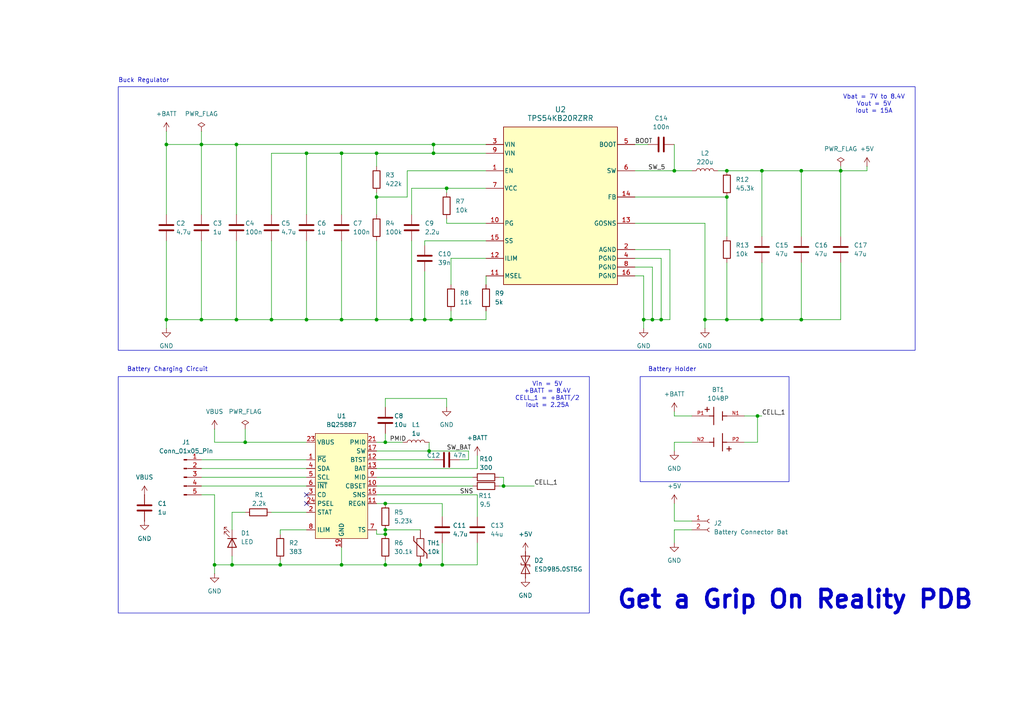
<source format=kicad_sch>
(kicad_sch (version 20231120) (generator "eeschema") (generator_version "8.0")
  (paper "A4")
  (lib_symbols
    (symbol "+BATT_1" (power) (pin_numbers hide) (pin_names (offset 0) hide)
      (property "Value" "+BATT" (at 0 3.556 0))
      (symbol "+BATT_1_0_1"
        (polyline (pts (xy -0.762 1.27) (xy 0 2.54)))
        (polyline (pts (xy 0 0) (xy 0 2.54)))
        (polyline (pts (xy 0 2.54) (xy 0.762 1.27)))
      )
      (symbol "+BATT_1_1_1"
        (pin power_in line (at 0 0 90) (length 0) (name "~") (number "1"))
      )
    )
    (symbol "+BATT_2" (power) (pin_numbers hide) (pin_names (offset 0) hide)
      (property "Value" "+BATT" (at 0 3.556 0))
      (symbol "+BATT_2_0_1"
        (polyline (pts (xy -0.762 1.27) (xy 0 2.54)))
        (polyline (pts (xy 0 0) (xy 0 2.54)))
        (polyline (pts (xy 0 2.54) (xy 0.762 1.27)))
      )
      (symbol "+BATT_2_1_1"
        (pin power_in line (at 0 0 90) (length 0) (name "~") (number "1"))
      )
    )
    (symbol "1048P:1048P" (pin_names (offset 1.016))
      (property "Reference" "BT" (at -3.81 6.35 0))
      (property "Value" "1048P" (at -3.81 -10.16 0))
      (symbol "1048P_0_0"
        (polyline (pts (xy -3.81 4.445) (xy -2.54 4.445)) (stroke (width 0.254)))
        (polyline (pts (xy -3.175 5.08) (xy -3.175 3.81)) (stroke (width 0.254)))
        (polyline (pts (xy -1.27 -6.35) (xy -1.27 -5.08)) (stroke (width 0.254)))
        (polyline (pts (xy -1.27 -5.08) (xy -2.54 -5.08)) (stroke (width 0.254)))
        (polyline (pts (xy -1.27 -5.08) (xy -1.27 -3.81)) (stroke (width 0.254)))
        (polyline (pts (xy -1.27 2.54) (xy -2.54 2.54)) (stroke (width 0.254)))
        (polyline (pts (xy -1.27 2.54) (xy -1.27 0)) (stroke (width 0.254)))
        (polyline (pts (xy -1.27 5.08) (xy -1.27 2.54)) (stroke (width 0.254)))
        (polyline (pts (xy 1.27 -7.62) (xy 1.27 -5.08)) (stroke (width 0.254)))
        (polyline (pts (xy 1.27 -5.08) (xy 1.27 -2.54)) (stroke (width 0.254)))
        (polyline (pts (xy 1.27 -5.08) (xy 2.54 -5.08)) (stroke (width 0.254)))
        (polyline (pts (xy 1.27 2.54) (xy 1.27 1.27)) (stroke (width 0.254)))
        (polyline (pts (xy 1.27 2.54) (xy 2.54 2.54)) (stroke (width 0.254)))
        (polyline (pts (xy 1.27 3.81) (xy 1.27 2.54)) (stroke (width 0.254)))
        (polyline (pts (xy 3.175 -7.62) (xy 3.175 -6.35)) (stroke (width 0.254)))
        (polyline (pts (xy 3.81 -6.985) (xy 2.54 -6.985)) (stroke (width 0.254)))
        (pin passive line (at 7.62 2.54 180) (length 5.08) (name "~") (number "N1"))
        (pin passive line (at -7.62 -5.08 0) (length 5.08) (name "~") (number "N2"))
        (pin passive line (at -7.62 2.54 0) (length 5.08) (name "~") (number "P1"))
        (pin passive line (at 7.62 -5.08 180) (length 5.08) (name "~") (number "P2"))
      )
    )
    (symbol "2024-06-26_16-50-44:TPS54KB20RZRR" (pin_names (offset 0.254))
      (property "Reference" "U6" (at 20.32 10.16 0))
      (property "Value" "TPS54KB20RZRR" (at 20.32 7.62 0))
      (symbol "TPS54KB20RZRR_0_1"
        (pin input line (at -1.27 -7.62 0) (length 5.08) (name "EN") (number "1"))
        (pin open_collector line (at -1.27 -38.1 0) (length 5.08) (name "MSEL") (number "11"))
        (pin unspecified line (at -1.27 -33.02 0) (length 5.08) (name "ILIM") (number "12"))
        (pin unspecified line (at 41.91 -22.86 180) (length 5.08) (name "GOSNS") (number "13"))
        (pin unspecified line (at 41.91 -15.24 180) (length 5.08) (name "FB") (number "14"))
        (pin unspecified line (at -1.27 -27.94 0) (length 5.08) (name "SS") (number "15"))
        (pin power_in line (at 41.91 -38.1 180) (length 5.08) (name "PGND") (number "16"))
        (pin power_in line (at 41.91 -30.48 180) (length 5.08) (name "AGND") (number "2"))
        (pin power_in line (at -1.27 0 0) (length 5.08) (name "VIN") (number "3"))
        (pin power_in line (at 41.91 -33.02 180) (length 5.08) (name "PGND") (number "4"))
        (pin unspecified line (at 41.91 0 180) (length 5.08) (name "BOOT") (number "5"))
        (pin unspecified line (at 41.91 -7.62 180) (length 5.08) (name "SW") (number "6"))
        (pin unspecified line (at -1.27 -12.7 0) (length 5.08) (name "VCC") (number "7"))
        (pin power_in line (at 41.91 -35.56 180) (length 5.08) (name "PGND") (number "8"))
        (pin power_in line (at -1.27 -2.54 0) (length 5.08) (name "VIN") (number "9"))
      )
      (symbol "TPS54KB20RZRR_1_1"
        (rectangle (start 3.81 5.08) (end 36.83 -40.64) (stroke (width 0.2032)) (fill (type background)))
        (pin passive line (at -1.27 -22.86 0) (length 5.08) (name "PG") (number "10"))
      )
    )
    (symbol "Battery_Management:BQ25887"
      (property "Reference" "U5" (at 0 20.32 0))
      (property "Value" "BQ25887" (at 0 17.78 0))
      (symbol "BQ25887_1_1"
        (rectangle (start -7.62 15.24) (end 7.62 -15.24) (fill (type background)))
        (pin open_collector line (at -10.16 7.62 0) (length 2.54) (name "~{PG}") (number "1"))
        (pin power_out line (at 10.16 0 180) (length 2.54) (name "CBSET") (number "10"))
        (pin power_out line (at 10.16 -5.08 180) (length 2.54) (name "REGN") (number "11"))
        (pin power_out line (at 10.16 7.62 180) (length 2.54) (name "BTST") (number "12"))
        (pin passive line (at 10.16 5.08 180) (length 2.54) (name "BAT") (number "13"))
        (pin passive line (at 10.16 5.08 180) (length 2.54) hide (name "BAT") (number "14"))
        (pin output line (at 10.16 -2.54 180) (length 2.54) (name "SNS") (number "15"))
        (pin passive line (at 10.16 -2.54 180) (length 2.54) hide (name "SNS") (number "16"))
        (pin power_out line (at 10.16 10.16 180) (length 2.54) (name "SW") (number "17"))
        (pin passive line (at 10.16 10.16 180) (length 2.54) hide (name "SW") (number "18"))
        (pin power_in line (at 0 -17.78 90) (length 2.54) (name "GND") (number "19"))
        (pin open_collector line (at -10.16 -7.62 0) (length 2.54) (name "STAT") (number "2"))
        (pin passive line (at 0 -17.78 90) (length 2.54) hide (name "GND") (number "20"))
        (pin power_out line (at 10.16 12.7 180) (length 2.54) (name "PMID") (number "21"))
        (pin passive line (at 10.16 12.7 180) (length 2.54) hide (name "PMID") (number "22"))
        (pin power_in line (at -10.16 12.7 0) (length 2.54) (name "VBUS") (number "23"))
        (pin input line (at -10.16 -5.08 0) (length 2.54) (name "PSEL") (number "24"))
        (pin input line (at -10.16 -2.54 0) (length 2.54) (name "CD") (number "3"))
        (pin bidirectional line (at -10.16 5.08 0) (length 2.54) (name "SDA") (number "4"))
        (pin input line (at -10.16 2.54 0) (length 2.54) (name "SCL") (number "5"))
        (pin open_collector line (at -10.16 0 0) (length 2.54) (name "~{INT}") (number "6"))
        (pin input line (at 10.16 -12.7 180) (length 2.54) (name "TS") (number "7"))
        (pin input line (at -10.16 -12.7 0) (length 2.54) (name "ILIM") (number "8"))
        (pin input line (at 10.16 2.54 180) (length 2.54) (name "MID") (number "9"))
      )
    )
    (symbol "Connector:Conn_01x02_Socket" (pin_names (offset 1.016) hide)
      (property "Reference" "J" (at 0 2.54 0))
      (property "Value" "Conn_01x02_Socket" (at 0 -5.08 0))
      (symbol "Conn_01x02_Socket_1_1"
        (arc (start 0 -2.032) (mid -0.5058 -2.54) (end 0 -3.048) (stroke (width 0.1524)))
        (polyline (pts (xy -1.27 -2.54) (xy -0.508 -2.54)) (stroke (width 0.1524)))
        (polyline (pts (xy -1.27 0) (xy -0.508 0)) (stroke (width 0.1524)))
        (arc (start 0 0.508) (mid -0.5058 0) (end 0 -0.508) (stroke (width 0.1524)))
        (pin passive line (at -5.08 0 0) (length 3.81) (name "Pin_1") (number "1"))
        (pin passive line (at -5.08 -2.54 0) (length 3.81) (name "Pin_2") (number "2"))
      )
    )
    (symbol "Connector:Conn_01x05_Pin" (pin_names (offset 1.016) hide)
      (property "Reference" "J" (at 0 7.62 0))
      (property "Value" "Conn_01x05_Pin" (at 0 -7.62 0))
      (symbol "Conn_01x05_Pin_1_1"
        (polyline (pts (xy 1.27 -5.08) (xy 0.8636 -5.08)) (stroke (width 0.1524)))
        (polyline (pts (xy 1.27 -2.54) (xy 0.8636 -2.54)) (stroke (width 0.1524)))
        (polyline (pts (xy 1.27 0) (xy 0.8636 0)) (stroke (width 0.1524)))
        (polyline (pts (xy 1.27 2.54) (xy 0.8636 2.54)) (stroke (width 0.1524)))
        (polyline (pts (xy 1.27 5.08) (xy 0.8636 5.08)) (stroke (width 0.1524)))
        (rectangle (start 0.8636 -4.953) (end 0 -5.207) (stroke (width 0.1524)) (fill (type outline)))
        (rectangle (start 0.8636 -2.413) (end 0 -2.667) (stroke (width 0.1524)) (fill (type outline)))
        (rectangle (start 0.8636 0.127) (end 0 -0.127) (stroke (width 0.1524)) (fill (type outline)))
        (rectangle (start 0.8636 2.667) (end 0 2.413) (stroke (width 0.1524)) (fill (type outline)))
        (rectangle (start 0.8636 5.207) (end 0 4.953) (stroke (width 0.1524)) (fill (type outline)))
        (pin passive line (at 5.08 5.08 180) (length 3.81) (name "Pin_1") (number "1"))
        (pin passive line (at 5.08 2.54 180) (length 3.81) (name "Pin_2") (number "2"))
        (pin passive line (at 5.08 0 180) (length 3.81) (name "Pin_3") (number "3"))
        (pin passive line (at 5.08 -2.54 180) (length 3.81) (name "Pin_4") (number "4"))
        (pin passive line (at 5.08 -5.08 180) (length 3.81) (name "Pin_5") (number "5"))
      )
    )
    (symbol "Device:C" (pin_numbers hide) (pin_names (offset 0.254))
      (property "Reference" "C" (at 0.635 2.54 0))
      (property "Value" "C" (at 0.635 -2.54 0))
      (symbol "C_0_1"
        (polyline (pts (xy -2.032 -0.762) (xy 2.032 -0.762)) (stroke (width 0.508)))
        (polyline (pts (xy -2.032 0.762) (xy 2.032 0.762)) (stroke (width 0.508)))
      )
      (symbol "C_1_1"
        (pin passive line (at 0 3.81 270) (length 2.794) (name "~") (number "1"))
        (pin passive line (at 0 -3.81 90) (length 2.794) (name "~") (number "2"))
      )
    )
    (symbol "Device:L" (pin_numbers hide) (pin_names (offset 1.016) hide)
      (property "Reference" "L" (at -1.27 0 90))
      (property "Value" "L" (at 1.905 0 90))
      (symbol "L_0_1"
        (arc (start 0 -2.54) (mid 0.6323 -1.905) (end 0 -1.27))
        (arc (start 0 -1.27) (mid 0.6323 -0.635) (end 0 0))
        (arc (start 0 0) (mid 0.6323 0.635) (end 0 1.27))
        (arc (start 0 1.27) (mid 0.6323 1.905) (end 0 2.54))
      )
      (symbol "L_1_1"
        (pin passive line (at 0 3.81 270) (length 1.27) (name "1") (number "1"))
        (pin passive line (at 0 -3.81 90) (length 1.27) (name "2") (number "2"))
      )
    )
    (symbol "Device:LED" (pin_numbers hide) (pin_names (offset 1.016) hide)
      (property "Reference" "D" (at 0 2.54 0))
      (property "Value" "LED" (at 0 -2.54 0))
      (symbol "LED_0_1"
        (polyline (pts (xy -1.27 -1.27) (xy -1.27 1.27)) (stroke (width 0.254)))
        (polyline (pts (xy -1.27 0) (xy 1.27 0)))
        (polyline (pts (xy 1.27 -1.27) (xy 1.27 1.27) (xy -1.27 0) (xy 1.27 -1.27)) (stroke (width 0.254)))
        (polyline (pts (xy -3.048 -0.762) (xy -4.572 -2.286) (xy -3.81 -2.286) (xy -4.572 -2.286) (xy -4.572 -1.524)))
        (polyline (pts (xy -1.778 -0.762) (xy -3.302 -2.286) (xy -2.54 -2.286) (xy -3.302 -2.286) (xy -3.302 -1.524)))
      )
      (symbol "LED_1_1"
        (pin passive line (at -3.81 0 0) (length 2.54) (name "K") (number "1"))
        (pin passive line (at 3.81 0 180) (length 2.54) (name "A") (number "2"))
      )
    )
    (symbol "Device:R" (pin_numbers hide) (pin_names (offset 0))
      (property "Reference" "R" (at 2.032 0 90))
      (property "Value" "R" (at 0 0 90))
      (symbol "R_0_1"
        (rectangle (start -1.016 -2.54) (end 1.016 2.54) (stroke (width 0.254)))
      )
      (symbol "R_1_1"
        (pin passive line (at 0 3.81 270) (length 1.27) (name "~") (number "1"))
        (pin passive line (at 0 -3.81 90) (length 1.27) (name "~") (number "2"))
      )
    )
    (symbol "Device:Thermistor" (pin_numbers hide) (pin_names (offset 0))
      (property "Reference" "TH" (at 2.54 1.27 90))
      (property "Value" "Thermistor" (at -2.54 0 90))
      (symbol "Thermistor_0_1"
        (rectangle (start -1.016 2.54) (end 1.016 -2.54) (stroke (width 0.2032)))
        (polyline (pts (xy -1.905 3.175) (xy -1.905 1.905) (xy 1.905 -1.905) (xy 1.905 -3.175) (xy 1.905 -3.175)) (stroke (width 0.254)))
      )
      (symbol "Thermistor_1_1"
        (pin passive line (at 0 5.08 270) (length 2.54) (name "~") (number "1"))
        (pin passive line (at 0 -5.08 90) (length 2.54) (name "~") (number "2"))
      )
    )
    (symbol "Diode:ESD9B5.0ST5G" (pin_numbers hide) (pin_names (offset 1.016) hide)
      (property "Reference" "D" (at 0 2.54 0))
      (property "Value" "ESD9B5.0ST5G" (at 0 -2.54 0))
      (symbol "ESD9B5.0ST5G_0_1"
        (polyline (pts (xy 1.27 0) (xy -1.27 0)))
        (polyline (pts (xy -2.54 -1.27) (xy 0 0) (xy -2.54 1.27) (xy -2.54 -1.27)) (stroke (width 0.2032)))
        (polyline (pts (xy 0.508 1.27) (xy 0 1.27) (xy 0 -1.27) (xy -0.508 -1.27)) (stroke (width 0.2032)))
        (polyline (pts (xy 2.54 1.27) (xy 2.54 -1.27) (xy 0 0) (xy 2.54 1.27)) (stroke (width 0.2032)))
      )
      (symbol "ESD9B5.0ST5G_1_1"
        (pin passive line (at -3.81 0 0) (length 2.54) (name "A1") (number "1"))
        (pin passive line (at 3.81 0 180) (length 2.54) (name "A2") (number "2"))
      )
    )
    (symbol "GND_1" (power) (pin_numbers hide) (pin_names (offset 0) hide)
      (property "Value" "GND" (at 0 -3.81 0))
      (symbol "GND_1_0_1"
        (polyline (pts (xy 0 0) (xy 0 -1.27) (xy 1.27 -1.27) (xy 0 -2.54) (xy -1.27 -1.27) (xy 0 -1.27)))
      )
      (symbol "GND_1_1_1"
        (pin power_in line (at 0 0 270) (length 0) (name "~") (number "1"))
      )
    )
    (symbol "GND_2" (power) (pin_numbers hide) (pin_names (offset 0) hide)
      (property "Value" "GND" (at 0 -3.81 0))
      (symbol "GND_2_0_1"
        (polyline (pts (xy 0 0) (xy 0 -1.27) (xy 1.27 -1.27) (xy 0 -2.54) (xy -1.27 -1.27) (xy 0 -1.27)))
      )
      (symbol "GND_2_1_1"
        (pin power_in line (at 0 0 270) (length 0) (name "~") (number "1"))
      )
    )
    (symbol "power:+5V" (power) (pin_numbers hide) (pin_names (offset 0) hide)
      (property "Value" "+5V" (at 0 3.556 0))
      (symbol "+5V_0_1"
        (polyline (pts (xy -0.762 1.27) (xy 0 2.54)))
        (polyline (pts (xy 0 0) (xy 0 2.54)))
        (polyline (pts (xy 0 2.54) (xy 0.762 1.27)))
      )
      (symbol "+5V_1_1"
        (pin power_in line (at 0 0 90) (length 0) (name "~") (number "1"))
      )
    )
    (symbol "power:GND" (power) (pin_names (offset 0))
      (property "Value" "GND" (at 0 -3.81 0))
      (symbol "GND_0_1"
        (polyline (pts (xy 0 0) (xy 0 -1.27) (xy 1.27 -1.27) (xy 0 -2.54) (xy -1.27 -1.27) (xy 0 -1.27)))
      )
      (symbol "GND_1_1"
        (pin power_in line (at 0 0 270) (length 0) hide (name "GND") (number "1"))
      )
    )
    (symbol "power:PWR_FLAG" (power) (pin_numbers hide) (pin_names (offset 0) hide)
      (property "Value" "PWR_FLAG" (at 0 3.81 0))
      (symbol "PWR_FLAG_0_0"
        (pin power_out line (at 0 0 90) (length 0) (name "~") (number "1"))
      )
      (symbol "PWR_FLAG_0_1"
        (polyline (pts (xy 0 0) (xy 0 1.27) (xy -1.016 1.905) (xy 0 2.54) (xy 1.016 1.905) (xy 0 1.27)))
      )
    )
    (symbol "power:VBUS" (power) (pin_numbers hide) (pin_names (offset 0) hide)
      (property "Value" "VBUS" (at 0 3.556 0))
      (symbol "VBUS_0_1"
        (polyline (pts (xy -0.762 1.27) (xy 0 2.54)))
        (polyline (pts (xy 0 0) (xy 0 2.54)))
        (polyline (pts (xy 0 2.54) (xy 0.762 1.27)))
      )
      (symbol "VBUS_1_1"
        (pin power_in line (at 0 0 90) (length 0) (name "~") (number "1"))
      )
    )
  )
  (junction (at 130.81 92.71))
  (junction (at 232.41 92.71))
  (junction (at 210.82 57.15))
  (junction (at 195.58 49.53))
  (junction (at 99.06 92.71))
  (junction (at 48.26 41.91))
  (junction (at 111.76 154.94))
  (junction (at 88.9 44.45))
  (junction (at 123.19 92.71))
  (junction (at 111.76 153.67))
  (junction (at 129.54 54.61))
  (junction (at 71.12 128.27))
  (junction (at 68.58 41.91))
  (junction (at 210.82 92.71))
  (junction (at 220.98 49.53))
  (junction (at 111.76 163.83))
  (junction (at 88.9 92.71))
  (junction (at 119.38 92.71))
  (junction (at 67.31 163.83))
  (junction (at 121.92 163.83))
  (junction (at 58.42 41.91))
  (junction (at 146.05 140.97))
  (junction (at 111.76 146.05))
  (junction (at 109.22 57.15))
  (junction (at 191.77 92.71))
  (junction (at 186.69 92.71))
  (junction (at 99.06 44.45))
  (junction (at 125.73 44.45))
  (junction (at 62.23 163.83))
  (junction (at 219.71 120.65))
  (junction (at 99.06 163.83))
  (junction (at 109.22 92.71))
  (junction (at 109.22 44.45))
  (junction (at 58.42 92.71))
  (junction (at 68.58 92.71))
  (junction (at 81.28 163.83))
  (junction (at 124.46 130.81))
  (junction (at 78.74 92.71))
  (junction (at 210.82 49.53))
  (junction (at 243.84 49.53))
  (junction (at 232.41 49.53))
  (junction (at 189.23 92.71))
  (junction (at 125.73 41.91))
  (junction (at 128.27 163.83))
  (junction (at 220.98 92.71))
  (junction (at 111.76 128.27))
  (junction (at 48.26 92.71))
  (junction (at 204.47 92.71))
  (no_connect (at 88.9 146.05))
  (no_connect (at 88.9 143.51))
  (wire (pts (xy 109.22 55.88) (xy 109.22 57.15)))
  (wire (pts (xy 58.42 38.1) (xy 58.42 41.91)))
  (wire (pts (xy 58.42 140.97) (xy 88.9 140.97)))
  (wire (pts (xy 88.9 44.45) (xy 88.9 62.23)))
  (wire (pts (xy 109.22 153.67) (xy 109.22 154.94)))
  (wire (pts (xy 58.42 41.91) (xy 68.58 41.91)))
  (wire (pts (xy 195.58 120.65) (xy 200.66 120.65)))
  (wire (pts (xy 195.58 151.13) (xy 195.58 146.05)))
  (wire (pts (xy 128.27 146.05) (xy 111.76 146.05)))
  (wire (pts (xy 99.06 69.85) (xy 99.06 92.71)))
  (wire (pts (xy 130.81 90.17) (xy 130.81 92.71)))
  (wire (pts (xy 88.9 128.27) (xy 71.12 128.27)))
  (wire (pts (xy 109.22 69.85) (xy 109.22 92.71)))
  (wire (pts (xy 119.38 69.85) (xy 119.38 92.71)))
  (wire (pts (xy 62.23 143.51) (xy 62.23 163.83)))
  (wire (pts (xy 81.28 163.83) (xy 99.06 163.83)))
  (wire (pts (xy 58.42 133.35) (xy 88.9 133.35)))
  (wire (pts (xy 67.31 148.59) (xy 67.31 153.67)))
  (wire (pts (xy 125.73 44.45) (xy 109.22 44.45)))
  (wire (pts (xy 135.89 133.35) (xy 133.35 133.35)))
  (wire (pts (xy 144.78 140.97) (xy 146.05 140.97)))
  (wire (pts (xy 219.71 120.65) (xy 215.9 120.65)))
  (wire (pts (xy 220.98 49.53) (xy 220.98 68.58)))
  (wire (pts (xy 99.06 44.45) (xy 88.9 44.45)))
  (wire (pts (xy 111.76 146.05) (xy 109.22 146.05)))
  (wire (pts (xy 220.98 49.53) (xy 232.41 49.53)))
  (wire (pts (xy 195.58 41.91) (xy 195.58 49.53)))
  (wire (pts (xy 119.38 92.71) (xy 123.19 92.71)))
  (wire (pts (xy 128.27 157.48) (xy 128.27 163.83)))
  (wire (pts (xy 184.15 64.77) (xy 204.47 64.77)))
  (wire (pts (xy 109.22 135.89) (xy 138.43 135.89)))
  (wire (pts (xy 68.58 41.91) (xy 125.73 41.91)))
  (wire (pts (xy 138.43 143.51) (xy 138.43 149.86)))
  (wire (pts (xy 194.31 72.39) (xy 194.31 92.71)))
  (wire (pts (xy 232.41 49.53) (xy 243.84 49.53)))
  (wire (pts (xy 195.58 119.38) (xy 195.58 120.65)))
  (wire (pts (xy 184.15 77.47) (xy 189.23 77.47)))
  (wire (pts (xy 204.47 64.77) (xy 204.47 92.71)))
  (wire (pts (xy 109.22 44.45) (xy 109.22 48.26)))
  (wire (pts (xy 99.06 163.83) (xy 111.76 163.83)))
  (wire (pts (xy 210.82 49.53) (xy 220.98 49.53)))
  (wire (pts (xy 191.77 92.71) (xy 194.31 92.71)))
  (wire (pts (xy 146.05 140.97) (xy 154.94 140.97)))
  (wire (pts (xy 88.9 148.59) (xy 78.74 148.59)))
  (wire (pts (xy 109.22 57.15) (xy 118.11 57.15)))
  (wire (pts (xy 251.46 49.53) (xy 251.46 48.26)))
  (wire (pts (xy 111.76 115.57) (xy 129.54 115.57)))
  (wire (pts (xy 109.22 138.43) (xy 137.16 138.43)))
  (wire (pts (xy 184.15 41.91) (xy 187.96 41.91)))
  (wire (pts (xy 109.22 130.81) (xy 124.46 130.81)))
  (wire (pts (xy 111.76 128.27) (xy 116.84 128.27)))
  (wire (pts (xy 220.98 76.2) (xy 220.98 92.71)))
  (wire (pts (xy 68.58 69.85) (xy 68.58 92.71)))
  (wire (pts (xy 184.15 57.15) (xy 210.82 57.15)))
  (wire (pts (xy 109.22 143.51) (xy 138.43 143.51)))
  (wire (pts (xy 67.31 161.29) (xy 67.31 163.83)))
  (wire (pts (xy 184.15 80.01) (xy 186.69 80.01)))
  (wire (pts (xy 200.66 151.13) (xy 195.58 151.13)))
  (wire (pts (xy 71.12 148.59) (xy 67.31 148.59)))
  (wire (pts (xy 111.76 163.83) (xy 111.76 162.56)))
  (wire (pts (xy 88.9 69.85) (xy 88.9 92.71)))
  (wire (pts (xy 81.28 154.94) (xy 81.28 153.67)))
  (wire (pts (xy 124.46 128.27) (xy 124.46 130.81)))
  (wire (pts (xy 109.22 92.71) (xy 119.38 92.71)))
  (wire (pts (xy 140.97 74.93) (xy 130.81 74.93)))
  (wire (pts (xy 119.38 54.61) (xy 119.38 62.23)))
  (wire (pts (xy 130.81 74.93) (xy 130.81 82.55)))
  (wire (pts (xy 48.26 38.1) (xy 48.26 41.91)))
  (wire (pts (xy 118.11 49.53) (xy 140.97 49.53)))
  (wire (pts (xy 48.26 41.91) (xy 48.26 62.23)))
  (wire (pts (xy 208.28 49.53) (xy 210.82 49.53)))
  (wire (pts (xy 58.42 92.71) (xy 68.58 92.71)))
  (wire (pts (xy 109.22 57.15) (xy 109.22 62.23)))
  (wire (pts (xy 219.71 120.65) (xy 220.98 120.65)))
  (wire (pts (xy 200.66 153.67) (xy 195.58 153.67)))
  (wire (pts (xy 243.84 92.71) (xy 232.41 92.71)))
  (wire (pts (xy 220.98 92.71) (xy 232.41 92.71)))
  (wire (pts (xy 123.19 92.71) (xy 130.81 92.71)))
  (wire (pts (xy 146.05 138.43) (xy 146.05 140.97)))
  (wire (pts (xy 99.06 44.45) (xy 99.06 62.23)))
  (wire (pts (xy 78.74 44.45) (xy 78.74 62.23)))
  (wire (pts (xy 58.42 41.91) (xy 58.42 62.23)))
  (wire (pts (xy 140.97 69.85) (xy 123.19 69.85)))
  (wire (pts (xy 184.15 74.93) (xy 191.77 74.93)))
  (wire (pts (xy 62.23 163.83) (xy 62.23 166.37)))
  (wire (pts (xy 99.06 163.83) (xy 99.06 158.75)))
  (wire (pts (xy 191.77 74.93) (xy 191.77 92.71)))
  (wire (pts (xy 138.43 132.08) (xy 138.43 135.89)))
  (wire (pts (xy 243.84 49.53) (xy 243.84 68.58)))
  (wire (pts (xy 243.84 76.2) (xy 243.84 92.71)))
  (wire (pts (xy 215.9 128.27) (xy 219.71 128.27)))
  (wire (pts (xy 243.84 48.26) (xy 243.84 49.53)))
  (wire (pts (xy 243.84 49.53) (xy 251.46 49.53)))
  (wire (pts (xy 140.97 44.45) (xy 125.73 44.45)))
  (wire (pts (xy 184.15 72.39) (xy 194.31 72.39)))
  (wire (pts (xy 144.78 138.43) (xy 146.05 138.43)))
  (wire (pts (xy 135.89 130.81) (xy 135.89 133.35)))
  (wire (pts (xy 220.98 92.71) (xy 210.82 92.71)))
  (wire (pts (xy 140.97 82.55) (xy 140.97 80.01)))
  (wire (pts (xy 109.22 133.35) (xy 125.73 133.35)))
  (wire (pts (xy 67.31 163.83) (xy 81.28 163.83)))
  (wire (pts (xy 109.22 44.45) (xy 99.06 44.45)))
  (wire (pts (xy 58.42 92.71) (xy 48.26 92.71)))
  (wire (pts (xy 111.76 125.73) (xy 111.76 128.27)))
  (wire (pts (xy 48.26 41.91) (xy 58.42 41.91)))
  (wire (pts (xy 204.47 92.71) (xy 210.82 92.71)))
  (wire (pts (xy 68.58 41.91) (xy 68.58 62.23)))
  (wire (pts (xy 88.9 44.45) (xy 78.74 44.45)))
  (wire (pts (xy 109.22 140.97) (xy 137.16 140.97)))
  (wire (pts (xy 62.23 163.83) (xy 67.31 163.83)))
  (wire (pts (xy 184.15 49.53) (xy 195.58 49.53)))
  (wire (pts (xy 81.28 153.67) (xy 88.9 153.67)))
  (wire (pts (xy 232.41 92.71) (xy 232.41 76.2)))
  (wire (pts (xy 204.47 92.71) (xy 204.47 95.25)))
  (wire (pts (xy 58.42 135.89) (xy 88.9 135.89)))
  (wire (pts (xy 128.27 163.83) (xy 138.43 163.83)))
  (wire (pts (xy 189.23 92.71) (xy 191.77 92.71)))
  (wire (pts (xy 200.66 128.27) (xy 195.58 128.27)))
  (wire (pts (xy 130.81 92.71) (xy 140.97 92.71)))
  (wire (pts (xy 111.76 154.94) (xy 111.76 153.67)))
  (wire (pts (xy 109.22 128.27) (xy 111.76 128.27)))
  (wire (pts (xy 140.97 90.17) (xy 140.97 92.71)))
  (wire (pts (xy 129.54 54.61) (xy 119.38 54.61)))
  (wire (pts (xy 48.26 69.85) (xy 48.26 92.71)))
  (wire (pts (xy 195.58 49.53) (xy 200.66 49.53)))
  (wire (pts (xy 125.73 41.91) (xy 140.97 41.91)))
  (wire (pts (xy 88.9 92.71) (xy 99.06 92.71)))
  (wire (pts (xy 129.54 64.77) (xy 129.54 63.5)))
  (wire (pts (xy 111.76 163.83) (xy 121.92 163.83)))
  (wire (pts (xy 195.58 128.27) (xy 195.58 130.81)))
  (wire (pts (xy 58.42 138.43) (xy 88.9 138.43)))
  (wire (pts (xy 186.69 92.71) (xy 186.69 95.25)))
  (wire (pts (xy 123.19 78.74) (xy 123.19 92.71)))
  (wire (pts (xy 111.76 118.11) (xy 111.76 115.57)))
  (wire (pts (xy 62.23 124.46) (xy 62.23 128.27)))
  (wire (pts (xy 129.54 54.61) (xy 129.54 55.88)))
  (wire (pts (xy 186.69 92.71) (xy 189.23 92.71)))
  (wire (pts (xy 129.54 115.57) (xy 129.54 118.11)))
  (wire (pts (xy 140.97 64.77) (xy 129.54 64.77)))
  (wire (pts (xy 68.58 92.71) (xy 78.74 92.71)))
  (wire (pts (xy 123.19 69.85) (xy 123.19 71.12)))
  (wire (pts (xy 195.58 153.67) (xy 195.58 157.48)))
  (wire (pts (xy 71.12 124.46) (xy 71.12 128.27)))
  (wire (pts (xy 210.82 76.2) (xy 210.82 92.71)))
  (wire (pts (xy 58.42 143.51) (xy 62.23 143.51)))
  (wire (pts (xy 99.06 92.71) (xy 109.22 92.71)))
  (wire (pts (xy 78.74 92.71) (xy 88.9 92.71)))
  (wire (pts (xy 232.41 49.53) (xy 232.41 68.58)))
  (wire (pts (xy 78.74 69.85) (xy 78.74 92.71)))
  (wire (pts (xy 111.76 153.67) (xy 121.92 153.67)))
  (wire (pts (xy 128.27 149.86) (xy 128.27 146.05)))
  (wire (pts (xy 118.11 57.15) (xy 118.11 49.53)))
  (wire (pts (xy 210.82 68.58) (xy 210.82 57.15)))
  (wire (pts (xy 219.71 120.65) (xy 219.71 128.27)))
  (wire (pts (xy 186.69 80.01) (xy 186.69 92.71)))
  (wire (pts (xy 140.97 54.61) (xy 129.54 54.61)))
  (wire (pts (xy 138.43 157.48) (xy 138.43 163.83)))
  (wire (pts (xy 58.42 69.85) (xy 58.42 92.71)))
  (wire (pts (xy 81.28 163.83) (xy 81.28 162.56)))
  (wire (pts (xy 48.26 92.71) (xy 48.26 95.25)))
  (wire (pts (xy 121.92 163.83) (xy 128.27 163.83)))
  (wire (pts (xy 189.23 77.47) (xy 189.23 92.71)))
  (wire (pts (xy 124.46 130.81) (xy 135.89 130.81)))
  (wire (pts (xy 71.12 128.27) (xy 62.23 128.27)))
  (wire (pts (xy 109.22 154.94) (xy 111.76 154.94)))
  (wire (pts (xy 125.73 41.91) (xy 125.73 44.45)))
  (rectangle (start 185.674 109.22) (end 228.854 139.7))
  (rectangle (start 34.29 109.22) (end 170.942 177.8))
  (rectangle (start 34.29 25.146) (end 265.43 101.6))
  (text "Battery Charging Circuit" (at 36.83 107.95 0) (effects (font (size 1.27 1.27)) (justify left bottom)))
  (text "Buck Regulator" (at 34.29 24.13 0) (effects (font (size 1.27 1.27)) (justify left bottom)))
  (text "Vin = 5V\n+BATT = 8.4V\nCELL_1 = +BATT/2\nIout = 2.25A" (at 158.75 114.554 0) (effects (font (size 1.27 1.27))))
  (text "Battery Holder" (at 187.96 107.95 0) (effects (font (size 1.27 1.27)) (justify left bottom)))
  (text "Get a Grip On Reality PDB" (at 230.632 173.99 0) (effects (font (size 5.08 5.08) (thickness 1.016) (bold yes))))
  (text "Vbat = 7V to 8.4V\nVout = 5V\nIout = 15A" (at 253.492 30.226 0) (effects (font (size 1.27 1.27))))
  (label "SNS" (at 133.35 143.51 0))
  (label "SW_5" (at 187.96 49.53 0))
  (label "BOOT" (at 184.15 41.91 0))
  (label "SW_BAT" (at 129.54 130.81 0))
  (label "CELL_1" (at 154.94 140.97 0))
  (label "PMID" (at 113.03 128.27 0))
  (label "CELL_1" (at 220.98 120.65 0))
  (symbol (lib_id "Device:C") (at 119.38 66.04 0) (unit 1)
    (property "Reference" "C9" (at 123.19 64.7699 0) (effects (justify left)))
    (property "Value" "2.2u" (at 123.19 67.3099 0) (effects (justify left)))
    (property "Footprint" "Capacitor_SMD:C_0805_2012Metric" (effects (hide yes)))
    (property "Description" "Unpolarized capacitor" (effects (hide yes)))
  )
  (symbol (lib_id "Connector:Conn_01x05_Pin") (at 53.34 138.43 0) (unit 1)
    (property "Reference" "J1" (at 53.975 128.27 0))
    (property "Value" "Conn_01x05_Pin" (at 53.975 130.81 0))
    (property "Footprint" "Connector_PinHeader_2.54mm:PinHeader_1x05_P2.54mm_Vertical" (effects (hide yes)))
    (property "Description" "Generic connector, single row, 01x05, script generated" (effects (hide yes)))
  )
  (symbol (lib_id "Device:C") (at 220.98 72.39 0) (unit 1)
    (property "Reference" "C15" (at 224.79 71.1199 0) (effects (justify left)))
    (property "Value" "47u" (at 224.79 73.6599 0) (effects (justify left)))
    (property "Footprint" "Capacitor_SMD:C_0805_2012Metric" (effects (hide yes)))
    (property "Description" "Unpolarized capacitor" (effects (hide yes)))
  )
  (symbol (lib_name "GND_1") (lib_id "power:GND") (at 186.69 95.25 0) (unit 1)
    (property "Reference" "#PWR011" (effects (hide yes)))
    (property "Value" "GND" (at 186.69 100.33 0))
    (property "Description" "Power symbol creates a global label with name \"GND\" , ground" (effects (hide yes)))
  )
  (symbol (lib_id "power:VBUS") (at 62.23 124.46 0) (unit 1)
    (property "Reference" "#PWR05" (effects (hide yes)))
    (property "Value" "VBUS" (at 62.23 119.38 0))
    (property "Description" "Power symbol creates a global label with name \"VBUS\"" (effects (hide yes)))
  )
  (symbol (lib_id "Connector:Conn_01x02_Socket") (at 205.74 151.13 0) (unit 1)
    (property "Reference" "J2" (at 207.01 151.765 0) (effects (justify left)))
    (property "Value" "Battery Connector Bat" (at 207.01 154.305 0) (effects (justify left)))
    (property "Footprint" "Connector_AMASS:AMASS_XT30PW-F_1x02_P2.50mm_Horizontal" (effects (hide yes)))
  )
  (symbol (lib_id "Device:R") (at 111.76 149.86 0) (unit 1)
    (property "Reference" "R5" (at 114.3 148.5899 0) (effects (justify left)))
    (property "Value" "5.23k" (at 114.3 151.1299 0) (effects (justify left)))
    (property "Footprint" "Resistor_SMD:R_0805_2012Metric" (effects (hide yes)))
    (property "Description" "Resistor" (effects (hide yes)))
  )
  (symbol (lib_name "GND_1") (lib_id "power:GND") (at 195.58 130.81 0) (unit 1)
    (property "Reference" "#PWR013" (effects (hide yes)))
    (property "Value" "GND" (at 195.58 135.89 0))
    (property "Description" "Power symbol creates a global label with name \"GND\" , ground" (effects (hide yes)))
  )
  (symbol (lib_id "1048P:1048P") (at 208.28 123.19 0) (unit 1)
    (property "Reference" "BT1" (at 208.28 113.03 0))
    (property "Value" "1048P" (at 208.28 115.57 0))
    (property "Footprint" "fydp library:BAT_1048P" (effects (hide yes)))
    (property "PARTREV" "A" (effects (hide yes)))
    (property "SNAPEDA_PN" "1048P" (effects (hide yes)))
    (property "MANUFACTURER" "Keystone" (effects (hide yes)))
    (property "MAXIMUM_PACKAGE_HEIGHT" "14.85mm" (effects (hide yes)))
    (property "STANDARD" "Manufacturer Recommendations" (effects (hide yes)))
  )
  (symbol (lib_id "Device:R") (at 129.54 59.69 0) (unit 1)
    (property "Reference" "R7" (at 132.08 58.4199 0) (effects (justify left)))
    (property "Value" "10k" (at 132.08 60.9599 0) (effects (justify left)))
    (property "Footprint" "Resistor_SMD:R_0805_2012Metric" (effects (hide yes)))
    (property "Description" "Resistor" (effects (hide yes)))
  )
  (symbol (lib_id "Device:L") (at 204.47 49.53 90) (unit 1)
    (property "Reference" "L2" (at 204.47 44.45 90))
    (property "Value" "220u" (at 204.47 46.99 90))
    (property "Footprint" "Inductor_SMD:L_Bourns_SRU5016_5.2x5.2mm" (effects (hide yes)))
    (property "Description" "Inductor" (effects (hide yes)))
  )
  (symbol (lib_name "+BATT_1") (lib_id "power:+BATT") (at 138.43 132.08 0) (unit 1)
    (property "Reference" "#PWR08" (effects (hide yes)))
    (property "Value" "+BATT" (at 138.43 127 0))
    (property "Description" "Power symbol creates a global label with name \"+BATT\"" (effects (hide yes)))
  )
  (symbol (lib_id "power:+5V") (at 251.46 48.26 0) (unit 1)
    (property "Reference" "#PWR017" (effects (hide yes)))
    (property "Value" "+5V" (at 251.46 43.18 0))
    (property "Description" "Power symbol creates a global label with name \"+5V\"" (effects (hide yes)))
  )
  (symbol (lib_id "Device:C") (at 88.9 66.04 0) (unit 1)
    (property "Reference" "C6" (at 91.948 64.77 0) (effects (justify left)))
    (property "Value" "1u" (at 91.948 67.31 0) (effects (justify left)))
    (property "Footprint" "Capacitor_SMD:C_0805_2012Metric" (effects (hide yes)))
    (property "Description" "Unpolarized capacitor" (effects (hide yes)))
  )
  (symbol (lib_id "Device:C") (at 68.58 66.04 0) (unit 1)
    (property "Reference" "C4" (at 71.12 64.77 0) (effects (justify left)))
    (property "Value" "100n" (at 71.12 67.31 0) (effects (justify left)))
    (property "Footprint" "Capacitor_SMD:C_0805_2012Metric" (effects (hide yes)))
    (property "Description" "Unpolarized capacitor" (effects (hide yes)))
  )
  (symbol (lib_id "Device:C") (at 111.76 121.92 0) (unit 1)
    (property "Reference" "C8" (at 114.3 120.65 0) (effects (justify left)))
    (property "Value" "10u" (at 114.3 123.19 0) (effects (justify left)))
    (property "Footprint" "Capacitor_SMD:C_0805_2012Metric" (effects (hide yes)))
    (property "Description" "Unpolarized capacitor" (effects (hide yes)))
  )
  (symbol (lib_name "GND_1") (lib_id "power:GND") (at 62.23 166.37 0) (unit 1)
    (property "Reference" "#PWR06" (effects (hide yes)))
    (property "Value" "GND" (at 62.23 171.45 0))
    (property "Description" "Power symbol creates a global label with name \"GND\" , ground" (effects (hide yes)))
  )
  (symbol (lib_name "+BATT_2") (lib_id "power:+BATT") (at 48.26 38.1 0) (unit 1)
    (property "Reference" "#PWR03" (effects (hide yes)))
    (property "Value" "+BATT" (at 48.26 33.02 0))
    (property "Description" "Power symbol creates a global label with name \"+BATT\"" (effects (hide yes)))
  )
  (symbol (lib_id "power:PWR_FLAG") (at 71.12 124.46 0) (unit 1)
    (property "Reference" "#FLG02" (effects (hide yes)))
    (property "Value" "PWR_FLAG" (at 71.12 119.38 0))
    (property "Description" "Special symbol for telling ERC where power comes from" (effects (hide yes)))
  )
  (symbol (lib_id "Device:C") (at 41.91 147.32 0) (unit 1)
    (property "Reference" "C1" (at 45.72 146.0499 0) (effects (justify left)))
    (property "Value" "1u" (at 45.72 148.5899 0) (effects (justify left)))
    (property "Footprint" "Capacitor_SMD:C_0805_2012Metric" (effects (hide yes)))
    (property "Description" "Unpolarized capacitor" (effects (hide yes)))
  )
  (symbol (lib_id "Device:R") (at 130.81 86.36 0) (unit 1)
    (property "Reference" "R8" (at 133.35 85.0899 0) (effects (justify left)))
    (property "Value" "11k" (at 133.35 87.6299 0) (effects (justify left)))
    (property "Footprint" "Resistor_SMD:R_0805_2012Metric" (effects (hide yes)))
    (property "Description" "Resistor" (effects (hide yes)))
  )
  (symbol (lib_id "Battery_Management:BQ25887") (at 99.06 140.97 0) (unit 1)
    (property "Reference" "U1" (at 99.06 120.65 0))
    (property "Value" "BQ25887" (at 99.06 123.19 0))
    (property "Footprint" "Package_DFN_QFN:VQFN-24-1EP_4x4mm_P0.5mm_EP2.5x2.5mm" (effects (hide yes)))
    (property "Datasheet" "https://www.ti.com/lit/ds/symlink/bq25887.pdf" (effects (hide yes)))
    (property "Description" "I2C Controller 2-Cell 2A Boost mode LiIon Charger with cell balancing" (effects (hide yes)))
  )
  (symbol (lib_id "2024-06-26_16-50-44:TPS54KB20RZRR") (at 142.24 41.91 0) (unit 1)
    (property "Reference" "U2" (at 162.56 31.75 0) (effects (font (size 1.524 1.524))))
    (property "Value" "TPS54KB20RZRR" (at 162.56 34.29 0) (effects (font (size 1.524 1.524))))
    (property "Footprint" "fydp library:RZR0016A-MFG" (effects (hide yes)))
    (property "Datasheet" "TPS54KB20RZRR" (effects (hide yes)))
  )
  (symbol (lib_id "power:+5V") (at 195.58 146.05 0) (unit 1)
    (property "Reference" "#PWR014" (effects (hide yes)))
    (property "Value" "+5V" (at 195.58 140.97 0))
    (property "Description" "Power symbol creates a global label with name \"+5V\"" (effects (hide yes)))
  )
  (symbol (lib_id "Device:C") (at 128.27 153.67 0) (unit 1)
    (property "Reference" "C11" (at 131.318 152.4 0) (effects (justify left)))
    (property "Value" "4.7u" (at 131.318 154.94 0) (effects (justify left)))
    (property "Footprint" "Capacitor_SMD:C_0805_2012Metric" (effects (hide yes)))
    (property "Description" "Unpolarized capacitor" (effects (hide yes)))
  )
  (symbol (lib_id "Device:R") (at 140.97 140.97 90) (unit 1)
    (property "Reference" "R11" (at 140.716 143.764 90))
    (property "Value" "9.5" (at 140.716 146.304 90))
    (property "Footprint" "Resistor_SMD:R_0805_2012Metric" (effects (hide yes)))
    (property "Description" "Resistor" (effects (hide yes)))
  )
  (symbol (lib_id "Device:R") (at 109.22 66.04 0) (unit 1)
    (property "Reference" "R4" (at 111.76 64.7699 0) (effects (justify left)))
    (property "Value" "100k" (at 111.76 67.3099 0) (effects (justify left)))
    (property "Footprint" "Resistor_SMD:R_0805_2012Metric" (effects (hide yes)))
    (property "Description" "Resistor" (effects (hide yes)))
  )
  (symbol (lib_id "Device:C") (at 191.77 41.91 90) (unit 1)
    (property "Reference" "C14" (at 191.77 34.29 90))
    (property "Value" "100n" (at 191.77 36.83 90))
    (property "Footprint" "Capacitor_SMD:C_0805_2012Metric" (effects (hide yes)))
    (property "Description" "Unpolarized capacitor" (effects (hide yes)))
  )
  (symbol (lib_id "Device:C") (at 99.06 66.04 0) (unit 1)
    (property "Reference" "C7" (at 102.362 64.77 0) (effects (justify left)))
    (property "Value" "100n" (at 102.362 67.31 0) (effects (justify left)))
    (property "Footprint" "Capacitor_SMD:C_0805_2012Metric" (effects (hide yes)))
    (property "Description" "Unpolarized capacitor" (effects (hide yes)))
  )
  (symbol (lib_id "power:+5V") (at 152.4 160.02 0) (unit 1)
    (property "Reference" "#PWR09" (effects (hide yes)))
    (property "Value" "+5V" (at 152.4 154.94 0))
    (property "Description" "Power symbol creates a global label with name \"+5V\"" (effects (hide yes)))
  )
  (symbol (lib_id "Device:C") (at 129.54 133.35 90) (unit 1)
    (property "Reference" "C12" (at 125.73 132.08 90))
    (property "Value" "47n" (at 133.35 132.08 90))
    (property "Footprint" "Capacitor_SMD:C_0805_2012Metric" (effects (hide yes)))
    (property "Description" "Unpolarized capacitor" (effects (hide yes)))
  )
  (symbol (lib_name "GND_1") (lib_id "power:GND") (at 129.54 118.11 0) (unit 1)
    (property "Reference" "#PWR07" (effects (hide yes)))
    (property "Value" "GND" (at 129.54 123.19 0))
    (property "Description" "Power symbol creates a global label with name \"GND\" , ground" (effects (hide yes)))
  )
  (symbol (lib_id "Device:R") (at 210.82 53.34 0) (unit 1)
    (property "Reference" "R12" (at 213.36 52.0699 0) (effects (justify left)))
    (property "Value" "45.3k" (at 213.36 54.6099 0) (effects (justify left)))
    (property "Footprint" "Resistor_SMD:R_0805_2012Metric" (effects (hide yes)))
    (property "Description" "Resistor" (effects (hide yes)))
  )
  (symbol (lib_name "GND_2") (lib_id "power:GND") (at 204.47 95.25 0) (unit 1)
    (property "Reference" "#PWR016" (effects (hide yes)))
    (property "Value" "GND" (at 204.47 100.33 0))
    (property "Description" "Power symbol creates a global label with name \"GND\" , ground" (effects (hide yes)))
  )
  (symbol (lib_id "Device:Thermistor") (at 121.92 158.75 0) (unit 1)
    (property "Reference" "TH1" (at 123.952 157.48 0) (effects (justify left)))
    (property "Value" "10k" (at 123.952 160.02 0) (effects (justify left)))
    (property "Footprint" "Resistor_SMD:R_0805_2012Metric" (effects (hide yes)))
    (property "Description" "Temperature dependent resistor" (effects (hide yes)))
  )
  (symbol (lib_name "+BATT_1") (lib_id "power:+BATT") (at 195.58 119.38 0) (unit 1)
    (property "Reference" "#PWR012" (effects (hide yes)))
    (property "Value" "+BATT" (at 195.58 114.3 0))
    (property "Description" "Power symbol creates a global label with name \"+BATT\"" (effects (hide yes)))
  )
  (symbol (lib_id "Device:R") (at 210.82 72.39 0) (unit 1)
    (property "Reference" "R13" (at 213.36 71.1199 0) (effects (justify left)))
    (property "Value" "10k" (at 213.36 73.6599 0) (effects (justify left)))
    (property "Footprint" "Resistor_SMD:R_0805_2012Metric" (effects (hide yes)))
    (property "Description" "Resistor" (effects (hide yes)))
  )
  (symbol (lib_id "Device:L") (at 120.65 128.27 90) (unit 1)
    (property "Reference" "L1" (at 120.65 123.19 90))
    (property "Value" "1u" (at 120.65 125.73 90))
    (property "Footprint" "Inductor_SMD:L_Taiyo-Yuden_MD-2020" (effects (hide yes)))
    (property "Description" "Inductor" (effects (hide yes)))
  )
  (symbol (lib_id "Device:R") (at 140.97 138.43 90) (unit 1)
    (property "Reference" "R10" (at 140.97 133.096 90))
    (property "Value" "300" (at 140.97 135.636 90))
    (property "Footprint" "Resistor_SMD:R_0805_2012Metric" (effects (hide yes)))
    (property "Description" "Resistor" (effects (hide yes)))
  )
  (symbol (lib_id "Device:C") (at 58.42 66.04 0) (unit 1)
    (property "Reference" "C3" (at 61.722 64.77 0) (effects (justify left)))
    (property "Value" "1u" (at 61.722 67.31 0) (effects (justify left)))
    (property "Footprint" "Capacitor_SMD:C_0805_2012Metric" (effects (hide yes)))
    (property "Description" "Unpolarized capacitor" (effects (hide yes)))
  )
  (symbol (lib_name "GND_1") (lib_id "power:GND") (at 48.26 95.25 0) (unit 1)
    (property "Reference" "#PWR04" (effects (hide yes)))
    (property "Value" "GND" (at 48.26 100.33 0))
    (property "Description" "Power symbol creates a global label with name \"GND\" , ground" (effects (hide yes)))
  )
  (symbol (lib_id "power:GND") (at 195.58 157.48 0) (unit 1)
    (property "Reference" "#PWR015" (effects (hide yes)))
    (property "Value" "GND" (at 195.58 162.56 0))
  )
  (symbol (lib_id "power:PWR_FLAG") (at 243.84 48.26 0) (unit 1)
    (property "Reference" "#FLG03" (effects (hide yes)))
    (property "Value" "PWR_FLAG" (at 243.84 43.18 0))
    (property "Description" "Special symbol for telling ERC where power comes from" (effects (hide yes)))
  )
  (symbol (lib_id "Device:C") (at 78.74 66.04 0) (unit 1)
    (property "Reference" "C5" (at 81.534 64.77 0) (effects (justify left)))
    (property "Value" "4.7u" (at 81.534 67.31 0) (effects (justify left)))
    (property "Footprint" "Capacitor_SMD:C_0805_2012Metric" (effects (hide yes)))
    (property "Description" "Unpolarized capacitor" (effects (hide yes)))
  )
  (symbol (lib_id "Device:R") (at 111.76 158.75 0) (unit 1)
    (property "Reference" "R6" (at 114.3 157.4799 0) (effects (justify left)))
    (property "Value" "30.1k" (at 114.3 160.0199 0) (effects (justify left)))
    (property "Footprint" "Resistor_SMD:R_0805_2012Metric" (effects (hide yes)))
    (property "Description" "Resistor" (effects (hide yes)))
  )
  (symbol (lib_id "Device:C") (at 243.84 72.39 0) (unit 1)
    (property "Reference" "C17" (at 247.65 71.1199 0) (effects (justify left)))
    (property "Value" "47u" (at 247.65 73.6599 0) (effects (justify left)))
    (property "Footprint" "Capacitor_SMD:C_0805_2012Metric" (effects (hide yes)))
    (property "Description" "Unpolarized capacitor" (effects (hide yes)))
  )
  (symbol (lib_id "power:PWR_FLAG") (at 58.42 38.1 0) (unit 1)
    (property "Reference" "#FLG01" (effects (hide yes)))
    (property "Value" "PWR_FLAG" (at 58.42 33.02 0))
    (property "Description" "Special symbol for telling ERC where power comes from" (effects (hide yes)))
  )
  (symbol (lib_id "Device:C") (at 232.41 72.39 0) (unit 1)
    (property "Reference" "C16" (at 236.22 71.1199 0) (effects (justify left)))
    (property "Value" "47u" (at 236.22 73.6599 0) (effects (justify left)))
    (property "Footprint" "Capacitor_SMD:C_0805_2012Metric" (effects (hide yes)))
    (property "Description" "Unpolarized capacitor" (effects (hide yes)))
  )
  (symbol (lib_name "GND_1") (lib_id "power:GND") (at 152.4 167.64 0) (unit 1)
    (property "Reference" "#PWR010" (effects (hide yes)))
    (property "Value" "GND" (at 152.4 172.72 0))
    (property "Description" "Power symbol creates a global label with name \"GND\" , ground" (effects (hide yes)))
  )
  (symbol (lib_id "Device:R") (at 109.22 52.07 0) (unit 1)
    (property "Reference" "R3" (at 111.76 50.7999 0) (effects (justify left)))
    (property "Value" "422k" (at 111.76 53.3399 0) (effects (justify left)))
    (property "Footprint" "Resistor_SMD:R_0805_2012Metric" (effects (hide yes)))
    (property "Description" "Resistor" (effects (hide yes)))
  )
  (symbol (lib_id "Device:LED") (at 67.31 157.48 270) (unit 1)
    (property "Reference" "D1" (at 69.85 154.6224 90) (effects (justify left)))
    (property "Value" "LED" (at 69.85 157.1624 90) (effects (justify left)))
    (property "Footprint" "LED_SMD:LED_0805_2012Metric" (effects (hide yes)))
    (property "Description" "Light emitting diode" (effects (hide yes)))
  )
  (symbol (lib_id "Device:C") (at 48.26 66.04 0) (unit 1)
    (property "Reference" "C2" (at 51.054 64.77 0) (effects (justify left)))
    (property "Value" "4.7u" (at 51.054 67.31 0) (effects (justify left)))
    (property "Footprint" "Capacitor_SMD:C_0805_2012Metric" (effects (hide yes)))
    (property "Description" "Unpolarized capacitor" (effects (hide yes)))
  )
  (symbol (lib_id "Device:R") (at 74.93 148.59 90) (unit 1)
    (property "Reference" "R1" (at 75.184 143.51 90))
    (property "Value" "2.2k" (at 75.184 146.05 90))
    (property "Footprint" "Resistor_SMD:R_0805_2012Metric" (effects (hide yes)))
    (property "Description" "Resistor" (effects (hide yes)))
  )
  (symbol (lib_id "Diode:ESD9B5.0ST5G") (at 152.4 163.83 90) (unit 1)
    (property "Reference" "D2" (at 154.94 162.5599 90) (effects (justify right)))
    (property "Value" "ESD9B5.0ST5G" (at 154.94 165.0999 90) (effects (justify right)))
    (property "Footprint" "Diode_SMD:D_SOD-923" (effects (hide yes)))
    (property "Datasheet" "https://www.onsemi.com/pub/Collateral/ESD9B-D.PDF" (effects (hide yes)))
    (property "Description" "ESD protection diode, 5.0Vrwm, SOD-923" (effects (hide yes)))
  )
  (symbol (lib_id "Device:C") (at 138.43 153.67 0) (unit 1)
    (property "Reference" "C13" (at 142.24 152.3999 0) (effects (justify left)))
    (property "Value" "44u" (at 142.24 154.9399 0) (effects (justify left)))
    (property "Footprint" "Capacitor_SMD:C_0805_2012Metric" (effects (hide yes)))
    (property "Description" "Unpolarized capacitor" (effects (hide yes)))
  )
  (symbol (lib_id "Device:R") (at 140.97 86.36 0) (unit 1)
    (property "Reference" "R9" (at 143.51 85.0899 0) (effects (justify left)))
    (property "Value" "5k" (at 143.51 87.6299 0) (effects (justify left)))
    (property "Footprint" "Resistor_SMD:R_0805_2012Metric" (effects (hide yes)))
    (property "Description" "Resistor" (effects (hide yes)))
  )
  (symbol (lib_name "GND_1") (lib_id "power:GND") (at 41.91 151.13 0) (unit 1)
    (property "Reference" "#PWR02" (effects (hide yes)))
    (property "Value" "GND" (at 41.91 156.21 0))
    (property "Description" "Power symbol creates a global label with name \"GND\" , ground" (effects (hide yes)))
  )
  (symbol (lib_id "Device:C") (at 123.19 74.93 0) (unit 1)
    (property "Reference" "C10" (at 127 73.6599 0) (effects (justify left)))
    (property "Value" "39n" (at 127 76.1999 0) (effects (justify left)))
    (property "Footprint" "Capacitor_SMD:C_0805_2012Metric" (effects (hide yes)))
    (property "Description" "Unpolarized capacitor" (effects (hide yes)))
  )
  (symbol (lib_id "Device:R") (at 81.28 158.75 0) (unit 1)
    (property "Reference" "R2" (at 83.82 157.4799 0) (effects (justify left)))
    (property "Value" "383" (at 83.82 160.0199 0) (effects (justify left)))
    (property "Footprint" "Resistor_SMD:R_0805_2012Metric" (effects (hide yes)))
    (property "Description" "Resistor" (effects (hide yes)))
  )
  (symbol (lib_id "power:VBUS") (at 41.91 143.51 0) (unit 1)
    (property "Reference" "#PWR01" (effects (hide yes)))
    (property "Value" "VBUS" (at 41.91 138.43 0))
    (property "Description" "Power symbol creates a global label with name \"VBUS\"" (effects (hide yes)))
  )
)
</source>
